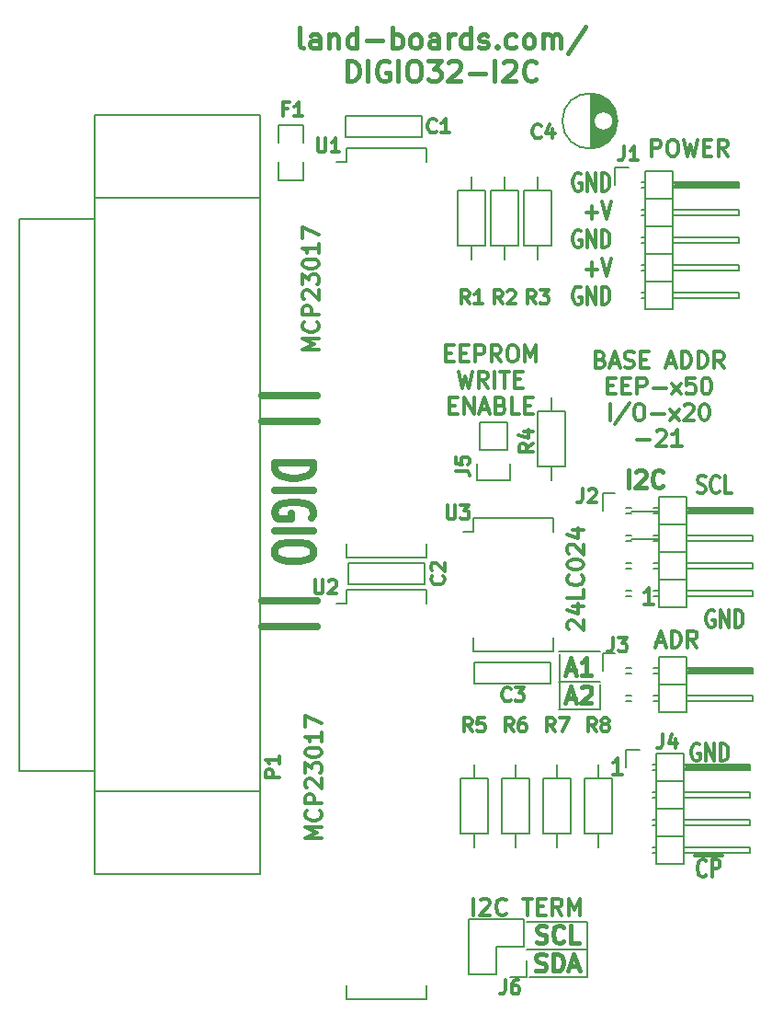
<source format=gbr>
G04 #@! TF.FileFunction,Legend,Top*
%FSLAX46Y46*%
G04 Gerber Fmt 4.6, Leading zero omitted, Abs format (unit mm)*
G04 Created by KiCad (PCBNEW 4.0.1-stable) date 2/4/2017 5:17:17 PM*
%MOMM*%
G01*
G04 APERTURE LIST*
%ADD10C,0.150000*%
%ADD11C,0.300000*%
%ADD12C,0.200000*%
%ADD13C,0.396875*%
%ADD14C,0.381000*%
%ADD15C,0.635000*%
%ADD16C,0.127000*%
%ADD17C,0.317500*%
G04 APERTURE END LIST*
D10*
D11*
X61226095Y-92537643D02*
X61165619Y-92616262D01*
X60984190Y-92694881D01*
X60863238Y-92694881D01*
X60681810Y-92616262D01*
X60560857Y-92459024D01*
X60500381Y-92301786D01*
X60439905Y-91987310D01*
X60439905Y-91751452D01*
X60500381Y-91436976D01*
X60560857Y-91279738D01*
X60681810Y-91122500D01*
X60863238Y-91043881D01*
X60984190Y-91043881D01*
X61165619Y-91122500D01*
X61226095Y-91201119D01*
X61770381Y-92694881D02*
X61770381Y-91043881D01*
X62254190Y-91043881D01*
X62375143Y-91122500D01*
X62435619Y-91201119D01*
X62496095Y-91358357D01*
X62496095Y-91594214D01*
X62435619Y-91751452D01*
X62375143Y-91830071D01*
X62254190Y-91908690D01*
X61770381Y-91908690D01*
X60198000Y-90759280D02*
X62738000Y-90759280D01*
X60439905Y-57310262D02*
X60621333Y-57388881D01*
X60923714Y-57388881D01*
X61044667Y-57310262D01*
X61105143Y-57231643D01*
X61165619Y-57074405D01*
X61165619Y-56917167D01*
X61105143Y-56759929D01*
X61044667Y-56681310D01*
X60923714Y-56602690D01*
X60681810Y-56524071D01*
X60560857Y-56445452D01*
X60500381Y-56366833D01*
X60439905Y-56209595D01*
X60439905Y-56052357D01*
X60500381Y-55895119D01*
X60560857Y-55816500D01*
X60681810Y-55737881D01*
X60984190Y-55737881D01*
X61165619Y-55816500D01*
X62435619Y-57231643D02*
X62375143Y-57310262D01*
X62193714Y-57388881D01*
X62072762Y-57388881D01*
X61891334Y-57310262D01*
X61770381Y-57153024D01*
X61709905Y-56995786D01*
X61649429Y-56681310D01*
X61649429Y-56445452D01*
X61709905Y-56130976D01*
X61770381Y-55973738D01*
X61891334Y-55816500D01*
X62072762Y-55737881D01*
X62193714Y-55737881D01*
X62375143Y-55816500D01*
X62435619Y-55895119D01*
X63584667Y-57388881D02*
X62979905Y-57388881D01*
X62979905Y-55737881D01*
D12*
X50292000Y-99314000D02*
X44704000Y-99314000D01*
X50292000Y-101854000D02*
X44958000Y-101854000D01*
X50292000Y-96774000D02*
X50292000Y-101854000D01*
X44704000Y-96774000D02*
X50292000Y-96774000D01*
X47752000Y-72136000D02*
X47752000Y-77216000D01*
D13*
X48396072Y-73630896D02*
X49152024Y-73630896D01*
X48244881Y-74084468D02*
X48774048Y-72496968D01*
X49303215Y-74084468D01*
X50663929Y-74084468D02*
X49756786Y-74084468D01*
X50210357Y-74084468D02*
X50210357Y-72496968D01*
X50059167Y-72723753D01*
X49907976Y-72874944D01*
X49756786Y-72950539D01*
X48396072Y-76250271D02*
X49152024Y-76250271D01*
X48244881Y-76703843D02*
X48774048Y-75116343D01*
X49303215Y-76703843D01*
X49756786Y-75267533D02*
X49832381Y-75191938D01*
X49983572Y-75116343D01*
X50361548Y-75116343D01*
X50512738Y-75191938D01*
X50588334Y-75267533D01*
X50663929Y-75418724D01*
X50663929Y-75569914D01*
X50588334Y-75796700D01*
X49681191Y-76703843D01*
X50663929Y-76703843D01*
D11*
X25570571Y-44179427D02*
X24070571Y-44179427D01*
X25142000Y-43679427D01*
X24070571Y-43179427D01*
X25570571Y-43179427D01*
X25427714Y-41607998D02*
X25499143Y-41679427D01*
X25570571Y-41893713D01*
X25570571Y-42036570D01*
X25499143Y-42250855D01*
X25356286Y-42393713D01*
X25213429Y-42465141D01*
X24927714Y-42536570D01*
X24713429Y-42536570D01*
X24427714Y-42465141D01*
X24284857Y-42393713D01*
X24142000Y-42250855D01*
X24070571Y-42036570D01*
X24070571Y-41893713D01*
X24142000Y-41679427D01*
X24213429Y-41607998D01*
X25570571Y-40965141D02*
X24070571Y-40965141D01*
X24070571Y-40393713D01*
X24142000Y-40250855D01*
X24213429Y-40179427D01*
X24356286Y-40107998D01*
X24570571Y-40107998D01*
X24713429Y-40179427D01*
X24784857Y-40250855D01*
X24856286Y-40393713D01*
X24856286Y-40965141D01*
X24213429Y-39536570D02*
X24142000Y-39465141D01*
X24070571Y-39322284D01*
X24070571Y-38965141D01*
X24142000Y-38822284D01*
X24213429Y-38750855D01*
X24356286Y-38679427D01*
X24499143Y-38679427D01*
X24713429Y-38750855D01*
X25570571Y-39607998D01*
X25570571Y-38679427D01*
X24070571Y-38179427D02*
X24070571Y-37250856D01*
X24642000Y-37750856D01*
X24642000Y-37536570D01*
X24713429Y-37393713D01*
X24784857Y-37322284D01*
X24927714Y-37250856D01*
X25284857Y-37250856D01*
X25427714Y-37322284D01*
X25499143Y-37393713D01*
X25570571Y-37536570D01*
X25570571Y-37965142D01*
X25499143Y-38107999D01*
X25427714Y-38179427D01*
X24070571Y-36322285D02*
X24070571Y-36179428D01*
X24142000Y-36036571D01*
X24213429Y-35965142D01*
X24356286Y-35893713D01*
X24642000Y-35822285D01*
X24999143Y-35822285D01*
X25284857Y-35893713D01*
X25427714Y-35965142D01*
X25499143Y-36036571D01*
X25570571Y-36179428D01*
X25570571Y-36322285D01*
X25499143Y-36465142D01*
X25427714Y-36536571D01*
X25284857Y-36607999D01*
X24999143Y-36679428D01*
X24642000Y-36679428D01*
X24356286Y-36607999D01*
X24213429Y-36536571D01*
X24142000Y-36465142D01*
X24070571Y-36322285D01*
X25570571Y-34393714D02*
X25570571Y-35250857D01*
X25570571Y-34822285D02*
X24070571Y-34822285D01*
X24284857Y-34965142D01*
X24427714Y-35108000D01*
X24499143Y-35250857D01*
X24070571Y-33893714D02*
X24070571Y-32893714D01*
X25570571Y-33536571D01*
D12*
X54350000Y-59046000D02*
X56890000Y-59046000D01*
X54350000Y-61586000D02*
X56890000Y-61586000D01*
X47698000Y-71952000D02*
X51508000Y-71952000D01*
X47698000Y-74746000D02*
X51508000Y-74746000D01*
X51508000Y-77286000D02*
X51508000Y-75000000D01*
X47698000Y-77286000D02*
X51508000Y-77286000D01*
D11*
X56225714Y-26332571D02*
X56225714Y-24832571D01*
X56797142Y-24832571D01*
X56940000Y-24904000D01*
X57011428Y-24975429D01*
X57082857Y-25118286D01*
X57082857Y-25332571D01*
X57011428Y-25475429D01*
X56940000Y-25546857D01*
X56797142Y-25618286D01*
X56225714Y-25618286D01*
X58011428Y-24832571D02*
X58297142Y-24832571D01*
X58440000Y-24904000D01*
X58582857Y-25046857D01*
X58654285Y-25332571D01*
X58654285Y-25832571D01*
X58582857Y-26118286D01*
X58440000Y-26261143D01*
X58297142Y-26332571D01*
X58011428Y-26332571D01*
X57868571Y-26261143D01*
X57725714Y-26118286D01*
X57654285Y-25832571D01*
X57654285Y-25332571D01*
X57725714Y-25046857D01*
X57868571Y-24904000D01*
X58011428Y-24832571D01*
X59154286Y-24832571D02*
X59511429Y-26332571D01*
X59797143Y-25261143D01*
X60082857Y-26332571D01*
X60440000Y-24832571D01*
X61011429Y-25546857D02*
X61511429Y-25546857D01*
X61725715Y-26332571D02*
X61011429Y-26332571D01*
X61011429Y-24832571D01*
X61725715Y-24832571D01*
X63225715Y-26332571D02*
X62725715Y-25618286D01*
X62368572Y-26332571D02*
X62368572Y-24832571D01*
X62940000Y-24832571D01*
X63082858Y-24904000D01*
X63154286Y-24975429D01*
X63225715Y-25118286D01*
X63225715Y-25332571D01*
X63154286Y-25475429D01*
X63082858Y-25546857D01*
X62940000Y-25618286D01*
X62368572Y-25618286D01*
X37259143Y-44482857D02*
X37759143Y-44482857D01*
X37973429Y-45268571D02*
X37259143Y-45268571D01*
X37259143Y-43768571D01*
X37973429Y-43768571D01*
X38616286Y-44482857D02*
X39116286Y-44482857D01*
X39330572Y-45268571D02*
X38616286Y-45268571D01*
X38616286Y-43768571D01*
X39330572Y-43768571D01*
X39973429Y-45268571D02*
X39973429Y-43768571D01*
X40544857Y-43768571D01*
X40687715Y-43840000D01*
X40759143Y-43911429D01*
X40830572Y-44054286D01*
X40830572Y-44268571D01*
X40759143Y-44411429D01*
X40687715Y-44482857D01*
X40544857Y-44554286D01*
X39973429Y-44554286D01*
X42330572Y-45268571D02*
X41830572Y-44554286D01*
X41473429Y-45268571D02*
X41473429Y-43768571D01*
X42044857Y-43768571D01*
X42187715Y-43840000D01*
X42259143Y-43911429D01*
X42330572Y-44054286D01*
X42330572Y-44268571D01*
X42259143Y-44411429D01*
X42187715Y-44482857D01*
X42044857Y-44554286D01*
X41473429Y-44554286D01*
X43259143Y-43768571D02*
X43544857Y-43768571D01*
X43687715Y-43840000D01*
X43830572Y-43982857D01*
X43902000Y-44268571D01*
X43902000Y-44768571D01*
X43830572Y-45054286D01*
X43687715Y-45197143D01*
X43544857Y-45268571D01*
X43259143Y-45268571D01*
X43116286Y-45197143D01*
X42973429Y-45054286D01*
X42902000Y-44768571D01*
X42902000Y-44268571D01*
X42973429Y-43982857D01*
X43116286Y-43840000D01*
X43259143Y-43768571D01*
X44544858Y-45268571D02*
X44544858Y-43768571D01*
X45044858Y-44840000D01*
X45544858Y-43768571D01*
X45544858Y-45268571D01*
X38402000Y-46168571D02*
X38759143Y-47668571D01*
X39044857Y-46597143D01*
X39330571Y-47668571D01*
X39687714Y-46168571D01*
X41116286Y-47668571D02*
X40616286Y-46954286D01*
X40259143Y-47668571D02*
X40259143Y-46168571D01*
X40830571Y-46168571D01*
X40973429Y-46240000D01*
X41044857Y-46311429D01*
X41116286Y-46454286D01*
X41116286Y-46668571D01*
X41044857Y-46811429D01*
X40973429Y-46882857D01*
X40830571Y-46954286D01*
X40259143Y-46954286D01*
X41759143Y-47668571D02*
X41759143Y-46168571D01*
X42259143Y-46168571D02*
X43116286Y-46168571D01*
X42687715Y-47668571D02*
X42687715Y-46168571D01*
X43616286Y-46882857D02*
X44116286Y-46882857D01*
X44330572Y-47668571D02*
X43616286Y-47668571D01*
X43616286Y-46168571D01*
X44330572Y-46168571D01*
X37616286Y-49282857D02*
X38116286Y-49282857D01*
X38330572Y-50068571D02*
X37616286Y-50068571D01*
X37616286Y-48568571D01*
X38330572Y-48568571D01*
X38973429Y-50068571D02*
X38973429Y-48568571D01*
X39830572Y-50068571D01*
X39830572Y-48568571D01*
X40473429Y-49640000D02*
X41187715Y-49640000D01*
X40330572Y-50068571D02*
X40830572Y-48568571D01*
X41330572Y-50068571D01*
X42330572Y-49282857D02*
X42544858Y-49354286D01*
X42616286Y-49425714D01*
X42687715Y-49568571D01*
X42687715Y-49782857D01*
X42616286Y-49925714D01*
X42544858Y-49997143D01*
X42402000Y-50068571D01*
X41830572Y-50068571D01*
X41830572Y-48568571D01*
X42330572Y-48568571D01*
X42473429Y-48640000D01*
X42544858Y-48711429D01*
X42616286Y-48854286D01*
X42616286Y-48997143D01*
X42544858Y-49140000D01*
X42473429Y-49211429D01*
X42330572Y-49282857D01*
X41830572Y-49282857D01*
X44044858Y-50068571D02*
X43330572Y-50068571D01*
X43330572Y-48568571D01*
X44544858Y-49282857D02*
X45044858Y-49282857D01*
X45259144Y-50068571D02*
X44544858Y-50068571D01*
X44544858Y-48568571D01*
X45259144Y-48568571D01*
X48597429Y-69920856D02*
X48526000Y-69849427D01*
X48454571Y-69706570D01*
X48454571Y-69349427D01*
X48526000Y-69206570D01*
X48597429Y-69135141D01*
X48740286Y-69063713D01*
X48883143Y-69063713D01*
X49097429Y-69135141D01*
X49954571Y-69992284D01*
X49954571Y-69063713D01*
X48954571Y-67777999D02*
X49954571Y-67777999D01*
X48383143Y-68135142D02*
X49454571Y-68492285D01*
X49454571Y-67563713D01*
X49954571Y-66277999D02*
X49954571Y-66992285D01*
X48454571Y-66992285D01*
X49811714Y-64920856D02*
X49883143Y-64992285D01*
X49954571Y-65206571D01*
X49954571Y-65349428D01*
X49883143Y-65563713D01*
X49740286Y-65706571D01*
X49597429Y-65777999D01*
X49311714Y-65849428D01*
X49097429Y-65849428D01*
X48811714Y-65777999D01*
X48668857Y-65706571D01*
X48526000Y-65563713D01*
X48454571Y-65349428D01*
X48454571Y-65206571D01*
X48526000Y-64992285D01*
X48597429Y-64920856D01*
X48454571Y-63992285D02*
X48454571Y-63849428D01*
X48526000Y-63706571D01*
X48597429Y-63635142D01*
X48740286Y-63563713D01*
X49026000Y-63492285D01*
X49383143Y-63492285D01*
X49668857Y-63563713D01*
X49811714Y-63635142D01*
X49883143Y-63706571D01*
X49954571Y-63849428D01*
X49954571Y-63992285D01*
X49883143Y-64135142D01*
X49811714Y-64206571D01*
X49668857Y-64277999D01*
X49383143Y-64349428D01*
X49026000Y-64349428D01*
X48740286Y-64277999D01*
X48597429Y-64206571D01*
X48526000Y-64135142D01*
X48454571Y-63992285D01*
X48597429Y-62920857D02*
X48526000Y-62849428D01*
X48454571Y-62706571D01*
X48454571Y-62349428D01*
X48526000Y-62206571D01*
X48597429Y-62135142D01*
X48740286Y-62063714D01*
X48883143Y-62063714D01*
X49097429Y-62135142D01*
X49954571Y-62992285D01*
X49954571Y-62063714D01*
X48954571Y-60778000D02*
X49954571Y-60778000D01*
X48383143Y-61135143D02*
X49454571Y-61492286D01*
X49454571Y-60563714D01*
X25824571Y-89137427D02*
X24324571Y-89137427D01*
X25396000Y-88637427D01*
X24324571Y-88137427D01*
X25824571Y-88137427D01*
X25681714Y-86565998D02*
X25753143Y-86637427D01*
X25824571Y-86851713D01*
X25824571Y-86994570D01*
X25753143Y-87208855D01*
X25610286Y-87351713D01*
X25467429Y-87423141D01*
X25181714Y-87494570D01*
X24967429Y-87494570D01*
X24681714Y-87423141D01*
X24538857Y-87351713D01*
X24396000Y-87208855D01*
X24324571Y-86994570D01*
X24324571Y-86851713D01*
X24396000Y-86637427D01*
X24467429Y-86565998D01*
X25824571Y-85923141D02*
X24324571Y-85923141D01*
X24324571Y-85351713D01*
X24396000Y-85208855D01*
X24467429Y-85137427D01*
X24610286Y-85065998D01*
X24824571Y-85065998D01*
X24967429Y-85137427D01*
X25038857Y-85208855D01*
X25110286Y-85351713D01*
X25110286Y-85923141D01*
X24467429Y-84494570D02*
X24396000Y-84423141D01*
X24324571Y-84280284D01*
X24324571Y-83923141D01*
X24396000Y-83780284D01*
X24467429Y-83708855D01*
X24610286Y-83637427D01*
X24753143Y-83637427D01*
X24967429Y-83708855D01*
X25824571Y-84565998D01*
X25824571Y-83637427D01*
X24324571Y-83137427D02*
X24324571Y-82208856D01*
X24896000Y-82708856D01*
X24896000Y-82494570D01*
X24967429Y-82351713D01*
X25038857Y-82280284D01*
X25181714Y-82208856D01*
X25538857Y-82208856D01*
X25681714Y-82280284D01*
X25753143Y-82351713D01*
X25824571Y-82494570D01*
X25824571Y-82923142D01*
X25753143Y-83065999D01*
X25681714Y-83137427D01*
X24324571Y-81280285D02*
X24324571Y-81137428D01*
X24396000Y-80994571D01*
X24467429Y-80923142D01*
X24610286Y-80851713D01*
X24896000Y-80780285D01*
X25253143Y-80780285D01*
X25538857Y-80851713D01*
X25681714Y-80923142D01*
X25753143Y-80994571D01*
X25824571Y-81137428D01*
X25824571Y-81280285D01*
X25753143Y-81423142D01*
X25681714Y-81494571D01*
X25538857Y-81565999D01*
X25253143Y-81637428D01*
X24896000Y-81637428D01*
X24610286Y-81565999D01*
X24467429Y-81494571D01*
X24396000Y-81423142D01*
X24324571Y-81280285D01*
X25824571Y-79351714D02*
X25824571Y-80208857D01*
X25824571Y-79780285D02*
X24324571Y-79780285D01*
X24538857Y-79923142D01*
X24681714Y-80066000D01*
X24753143Y-80208857D01*
X24324571Y-78851714D02*
X24324571Y-77851714D01*
X25824571Y-78494571D01*
D13*
X45608119Y-98646873D02*
X45834905Y-98722468D01*
X46212881Y-98722468D01*
X46364071Y-98646873D01*
X46439667Y-98571277D01*
X46515262Y-98420087D01*
X46515262Y-98268896D01*
X46439667Y-98117706D01*
X46364071Y-98042111D01*
X46212881Y-97966515D01*
X45910500Y-97890920D01*
X45759309Y-97815325D01*
X45683714Y-97739730D01*
X45608119Y-97588539D01*
X45608119Y-97437349D01*
X45683714Y-97286158D01*
X45759309Y-97210563D01*
X45910500Y-97134968D01*
X46288476Y-97134968D01*
X46515262Y-97210563D01*
X48102762Y-98571277D02*
X48027167Y-98646873D01*
X47800381Y-98722468D01*
X47649191Y-98722468D01*
X47422405Y-98646873D01*
X47271214Y-98495682D01*
X47195619Y-98344492D01*
X47120024Y-98042111D01*
X47120024Y-97815325D01*
X47195619Y-97512944D01*
X47271214Y-97361753D01*
X47422405Y-97210563D01*
X47649191Y-97134968D01*
X47800381Y-97134968D01*
X48027167Y-97210563D01*
X48102762Y-97286158D01*
X49539072Y-98722468D02*
X48783119Y-98722468D01*
X48783119Y-97134968D01*
X45570322Y-101266248D02*
X45797108Y-101341843D01*
X46175084Y-101341843D01*
X46326274Y-101266248D01*
X46401870Y-101190652D01*
X46477465Y-101039462D01*
X46477465Y-100888271D01*
X46401870Y-100737081D01*
X46326274Y-100661486D01*
X46175084Y-100585890D01*
X45872703Y-100510295D01*
X45721512Y-100434700D01*
X45645917Y-100359105D01*
X45570322Y-100207914D01*
X45570322Y-100056724D01*
X45645917Y-99905533D01*
X45721512Y-99829938D01*
X45872703Y-99754343D01*
X46250679Y-99754343D01*
X46477465Y-99829938D01*
X47157822Y-101341843D02*
X47157822Y-99754343D01*
X47535798Y-99754343D01*
X47762584Y-99829938D01*
X47913775Y-99981128D01*
X47989370Y-100132319D01*
X48064965Y-100434700D01*
X48064965Y-100661486D01*
X47989370Y-100963867D01*
X47913775Y-101115057D01*
X47762584Y-101266248D01*
X47535798Y-101341843D01*
X47157822Y-101341843D01*
X48669727Y-100888271D02*
X49425679Y-100888271D01*
X48518536Y-101341843D02*
X49047703Y-99754343D01*
X49576870Y-101341843D01*
D11*
X39811143Y-96182571D02*
X39811143Y-94682571D01*
X40454000Y-94825429D02*
X40525429Y-94754000D01*
X40668286Y-94682571D01*
X41025429Y-94682571D01*
X41168286Y-94754000D01*
X41239715Y-94825429D01*
X41311143Y-94968286D01*
X41311143Y-95111143D01*
X41239715Y-95325429D01*
X40382572Y-96182571D01*
X41311143Y-96182571D01*
X42811143Y-96039714D02*
X42739714Y-96111143D01*
X42525428Y-96182571D01*
X42382571Y-96182571D01*
X42168286Y-96111143D01*
X42025428Y-95968286D01*
X41954000Y-95825429D01*
X41882571Y-95539714D01*
X41882571Y-95325429D01*
X41954000Y-95039714D01*
X42025428Y-94896857D01*
X42168286Y-94754000D01*
X42382571Y-94682571D01*
X42525428Y-94682571D01*
X42739714Y-94754000D01*
X42811143Y-94825429D01*
X44382571Y-94682571D02*
X45239714Y-94682571D01*
X44811143Y-96182571D02*
X44811143Y-94682571D01*
X45739714Y-95396857D02*
X46239714Y-95396857D01*
X46454000Y-96182571D02*
X45739714Y-96182571D01*
X45739714Y-94682571D01*
X46454000Y-94682571D01*
X47954000Y-96182571D02*
X47454000Y-95468286D01*
X47096857Y-96182571D02*
X47096857Y-94682571D01*
X47668285Y-94682571D01*
X47811143Y-94754000D01*
X47882571Y-94825429D01*
X47954000Y-94968286D01*
X47954000Y-95182571D01*
X47882571Y-95325429D01*
X47811143Y-95396857D01*
X47668285Y-95468286D01*
X47096857Y-95468286D01*
X48596857Y-96182571D02*
X48596857Y-94682571D01*
X49096857Y-95754000D01*
X49596857Y-94682571D01*
X49596857Y-96182571D01*
X56673714Y-71116000D02*
X57388000Y-71116000D01*
X56530857Y-71544571D02*
X57030857Y-70044571D01*
X57530857Y-71544571D01*
X58030857Y-71544571D02*
X58030857Y-70044571D01*
X58388000Y-70044571D01*
X58602285Y-70116000D01*
X58745143Y-70258857D01*
X58816571Y-70401714D01*
X58888000Y-70687429D01*
X58888000Y-70901714D01*
X58816571Y-71187429D01*
X58745143Y-71330286D01*
X58602285Y-71473143D01*
X58388000Y-71544571D01*
X58030857Y-71544571D01*
X60388000Y-71544571D02*
X59888000Y-70830286D01*
X59530857Y-71544571D02*
X59530857Y-70044571D01*
X60102285Y-70044571D01*
X60245143Y-70116000D01*
X60316571Y-70187429D01*
X60388000Y-70330286D01*
X60388000Y-70544571D01*
X60316571Y-70687429D01*
X60245143Y-70758857D01*
X60102285Y-70830286D01*
X59530857Y-70830286D01*
X53514572Y-83228571D02*
X52657429Y-83228571D01*
X53086001Y-83228571D02*
X53086001Y-81728571D01*
X52943144Y-81942857D01*
X52800286Y-82085714D01*
X52657429Y-82157143D01*
X56386572Y-67574571D02*
X55529429Y-67574571D01*
X55958001Y-67574571D02*
X55958001Y-66074571D01*
X55815144Y-66288857D01*
X55672286Y-66431714D01*
X55529429Y-66503143D01*
X49675143Y-27987700D02*
X49554191Y-27909081D01*
X49372762Y-27909081D01*
X49191334Y-27987700D01*
X49070381Y-28144938D01*
X49009905Y-28302176D01*
X48949429Y-28616652D01*
X48949429Y-28852510D01*
X49009905Y-29166986D01*
X49070381Y-29324224D01*
X49191334Y-29481462D01*
X49372762Y-29560081D01*
X49493714Y-29560081D01*
X49675143Y-29481462D01*
X49735619Y-29402843D01*
X49735619Y-28852510D01*
X49493714Y-28852510D01*
X50279905Y-29560081D02*
X50279905Y-27909081D01*
X51005619Y-29560081D01*
X51005619Y-27909081D01*
X51610381Y-29560081D02*
X51610381Y-27909081D01*
X51912762Y-27909081D01*
X52094190Y-27987700D01*
X52215143Y-28144938D01*
X52275619Y-28302176D01*
X52336095Y-28616652D01*
X52336095Y-28852510D01*
X52275619Y-29166986D01*
X52215143Y-29324224D01*
X52094190Y-29481462D01*
X51912762Y-29560081D01*
X51610381Y-29560081D01*
X50219429Y-31542529D02*
X51187048Y-31542529D01*
X50703238Y-32171481D02*
X50703238Y-30913576D01*
X51610381Y-30520481D02*
X52033715Y-32171481D01*
X52457048Y-30520481D01*
X49675143Y-33210500D02*
X49554191Y-33131881D01*
X49372762Y-33131881D01*
X49191334Y-33210500D01*
X49070381Y-33367738D01*
X49009905Y-33524976D01*
X48949429Y-33839452D01*
X48949429Y-34075310D01*
X49009905Y-34389786D01*
X49070381Y-34547024D01*
X49191334Y-34704262D01*
X49372762Y-34782881D01*
X49493714Y-34782881D01*
X49675143Y-34704262D01*
X49735619Y-34625643D01*
X49735619Y-34075310D01*
X49493714Y-34075310D01*
X50279905Y-34782881D02*
X50279905Y-33131881D01*
X51005619Y-34782881D01*
X51005619Y-33131881D01*
X51610381Y-34782881D02*
X51610381Y-33131881D01*
X51912762Y-33131881D01*
X52094190Y-33210500D01*
X52215143Y-33367738D01*
X52275619Y-33524976D01*
X52336095Y-33839452D01*
X52336095Y-34075310D01*
X52275619Y-34389786D01*
X52215143Y-34547024D01*
X52094190Y-34704262D01*
X51912762Y-34782881D01*
X51610381Y-34782881D01*
X50219429Y-36765329D02*
X51187048Y-36765329D01*
X50703238Y-37394281D02*
X50703238Y-36136376D01*
X51610381Y-35743281D02*
X52033715Y-37394281D01*
X52457048Y-35743281D01*
X49675143Y-38433300D02*
X49554191Y-38354681D01*
X49372762Y-38354681D01*
X49191334Y-38433300D01*
X49070381Y-38590538D01*
X49009905Y-38747776D01*
X48949429Y-39062252D01*
X48949429Y-39298110D01*
X49009905Y-39612586D01*
X49070381Y-39769824D01*
X49191334Y-39927062D01*
X49372762Y-40005681D01*
X49493714Y-40005681D01*
X49675143Y-39927062D01*
X49735619Y-39848443D01*
X49735619Y-39298110D01*
X49493714Y-39298110D01*
X50279905Y-40005681D02*
X50279905Y-38354681D01*
X51005619Y-40005681D01*
X51005619Y-38354681D01*
X51610381Y-40005681D02*
X51610381Y-38354681D01*
X51912762Y-38354681D01*
X52094190Y-38433300D01*
X52215143Y-38590538D01*
X52275619Y-38747776D01*
X52336095Y-39062252D01*
X52336095Y-39298110D01*
X52275619Y-39612586D01*
X52215143Y-39769824D01*
X52094190Y-39927062D01*
X51912762Y-40005681D01*
X51610381Y-40005681D01*
X60597143Y-80454500D02*
X60476191Y-80375881D01*
X60294762Y-80375881D01*
X60113334Y-80454500D01*
X59992381Y-80611738D01*
X59931905Y-80768976D01*
X59871429Y-81083452D01*
X59871429Y-81319310D01*
X59931905Y-81633786D01*
X59992381Y-81791024D01*
X60113334Y-81948262D01*
X60294762Y-82026881D01*
X60415714Y-82026881D01*
X60597143Y-81948262D01*
X60657619Y-81869643D01*
X60657619Y-81319310D01*
X60415714Y-81319310D01*
X61201905Y-82026881D02*
X61201905Y-80375881D01*
X61927619Y-82026881D01*
X61927619Y-80375881D01*
X62532381Y-82026881D02*
X62532381Y-80375881D01*
X62834762Y-80375881D01*
X63016190Y-80454500D01*
X63137143Y-80611738D01*
X63197619Y-80768976D01*
X63258095Y-81083452D01*
X63258095Y-81319310D01*
X63197619Y-81633786D01*
X63137143Y-81791024D01*
X63016190Y-81948262D01*
X62834762Y-82026881D01*
X62532381Y-82026881D01*
X51503144Y-45060857D02*
X51717430Y-45132286D01*
X51788858Y-45203714D01*
X51860287Y-45346571D01*
X51860287Y-45560857D01*
X51788858Y-45703714D01*
X51717430Y-45775143D01*
X51574572Y-45846571D01*
X51003144Y-45846571D01*
X51003144Y-44346571D01*
X51503144Y-44346571D01*
X51646001Y-44418000D01*
X51717430Y-44489429D01*
X51788858Y-44632286D01*
X51788858Y-44775143D01*
X51717430Y-44918000D01*
X51646001Y-44989429D01*
X51503144Y-45060857D01*
X51003144Y-45060857D01*
X52431715Y-45418000D02*
X53146001Y-45418000D01*
X52288858Y-45846571D02*
X52788858Y-44346571D01*
X53288858Y-45846571D01*
X53717429Y-45775143D02*
X53931715Y-45846571D01*
X54288858Y-45846571D01*
X54431715Y-45775143D01*
X54503144Y-45703714D01*
X54574572Y-45560857D01*
X54574572Y-45418000D01*
X54503144Y-45275143D01*
X54431715Y-45203714D01*
X54288858Y-45132286D01*
X54003144Y-45060857D01*
X53860286Y-44989429D01*
X53788858Y-44918000D01*
X53717429Y-44775143D01*
X53717429Y-44632286D01*
X53788858Y-44489429D01*
X53860286Y-44418000D01*
X54003144Y-44346571D01*
X54360286Y-44346571D01*
X54574572Y-44418000D01*
X55217429Y-45060857D02*
X55717429Y-45060857D01*
X55931715Y-45846571D02*
X55217429Y-45846571D01*
X55217429Y-44346571D01*
X55931715Y-44346571D01*
X57646000Y-45418000D02*
X58360286Y-45418000D01*
X57503143Y-45846571D02*
X58003143Y-44346571D01*
X58503143Y-45846571D01*
X59003143Y-45846571D02*
X59003143Y-44346571D01*
X59360286Y-44346571D01*
X59574571Y-44418000D01*
X59717429Y-44560857D01*
X59788857Y-44703714D01*
X59860286Y-44989429D01*
X59860286Y-45203714D01*
X59788857Y-45489429D01*
X59717429Y-45632286D01*
X59574571Y-45775143D01*
X59360286Y-45846571D01*
X59003143Y-45846571D01*
X60503143Y-45846571D02*
X60503143Y-44346571D01*
X60860286Y-44346571D01*
X61074571Y-44418000D01*
X61217429Y-44560857D01*
X61288857Y-44703714D01*
X61360286Y-44989429D01*
X61360286Y-45203714D01*
X61288857Y-45489429D01*
X61217429Y-45632286D01*
X61074571Y-45775143D01*
X60860286Y-45846571D01*
X60503143Y-45846571D01*
X62860286Y-45846571D02*
X62360286Y-45132286D01*
X62003143Y-45846571D02*
X62003143Y-44346571D01*
X62574571Y-44346571D01*
X62717429Y-44418000D01*
X62788857Y-44489429D01*
X62860286Y-44632286D01*
X62860286Y-44846571D01*
X62788857Y-44989429D01*
X62717429Y-45060857D01*
X62574571Y-45132286D01*
X62003143Y-45132286D01*
X52181715Y-47460857D02*
X52681715Y-47460857D01*
X52896001Y-48246571D02*
X52181715Y-48246571D01*
X52181715Y-46746571D01*
X52896001Y-46746571D01*
X53538858Y-47460857D02*
X54038858Y-47460857D01*
X54253144Y-48246571D02*
X53538858Y-48246571D01*
X53538858Y-46746571D01*
X54253144Y-46746571D01*
X54896001Y-48246571D02*
X54896001Y-46746571D01*
X55467429Y-46746571D01*
X55610287Y-46818000D01*
X55681715Y-46889429D01*
X55753144Y-47032286D01*
X55753144Y-47246571D01*
X55681715Y-47389429D01*
X55610287Y-47460857D01*
X55467429Y-47532286D01*
X54896001Y-47532286D01*
X56396001Y-47675143D02*
X57538858Y-47675143D01*
X58110287Y-48246571D02*
X58896001Y-47246571D01*
X58110287Y-47246571D02*
X58896001Y-48246571D01*
X60181716Y-46746571D02*
X59467430Y-46746571D01*
X59396001Y-47460857D01*
X59467430Y-47389429D01*
X59610287Y-47318000D01*
X59967430Y-47318000D01*
X60110287Y-47389429D01*
X60181716Y-47460857D01*
X60253144Y-47603714D01*
X60253144Y-47960857D01*
X60181716Y-48103714D01*
X60110287Y-48175143D01*
X59967430Y-48246571D01*
X59610287Y-48246571D01*
X59467430Y-48175143D01*
X59396001Y-48103714D01*
X61181715Y-46746571D02*
X61324572Y-46746571D01*
X61467429Y-46818000D01*
X61538858Y-46889429D01*
X61610287Y-47032286D01*
X61681715Y-47318000D01*
X61681715Y-47675143D01*
X61610287Y-47960857D01*
X61538858Y-48103714D01*
X61467429Y-48175143D01*
X61324572Y-48246571D01*
X61181715Y-48246571D01*
X61038858Y-48175143D01*
X60967429Y-48103714D01*
X60896001Y-47960857D01*
X60824572Y-47675143D01*
X60824572Y-47318000D01*
X60896001Y-47032286D01*
X60967429Y-46889429D01*
X61038858Y-46818000D01*
X61181715Y-46746571D01*
X52360286Y-50646571D02*
X52360286Y-49146571D01*
X54146000Y-49075143D02*
X52860286Y-51003714D01*
X54931715Y-49146571D02*
X55217429Y-49146571D01*
X55360287Y-49218000D01*
X55503144Y-49360857D01*
X55574572Y-49646571D01*
X55574572Y-50146571D01*
X55503144Y-50432286D01*
X55360287Y-50575143D01*
X55217429Y-50646571D01*
X54931715Y-50646571D01*
X54788858Y-50575143D01*
X54646001Y-50432286D01*
X54574572Y-50146571D01*
X54574572Y-49646571D01*
X54646001Y-49360857D01*
X54788858Y-49218000D01*
X54931715Y-49146571D01*
X56217430Y-50075143D02*
X57360287Y-50075143D01*
X57931716Y-50646571D02*
X58717430Y-49646571D01*
X57931716Y-49646571D02*
X58717430Y-50646571D01*
X59217430Y-49289429D02*
X59288859Y-49218000D01*
X59431716Y-49146571D01*
X59788859Y-49146571D01*
X59931716Y-49218000D01*
X60003145Y-49289429D01*
X60074573Y-49432286D01*
X60074573Y-49575143D01*
X60003145Y-49789429D01*
X59146002Y-50646571D01*
X60074573Y-50646571D01*
X61003144Y-49146571D02*
X61146001Y-49146571D01*
X61288858Y-49218000D01*
X61360287Y-49289429D01*
X61431716Y-49432286D01*
X61503144Y-49718000D01*
X61503144Y-50075143D01*
X61431716Y-50360857D01*
X61360287Y-50503714D01*
X61288858Y-50575143D01*
X61146001Y-50646571D01*
X61003144Y-50646571D01*
X60860287Y-50575143D01*
X60788858Y-50503714D01*
X60717430Y-50360857D01*
X60646001Y-50075143D01*
X60646001Y-49718000D01*
X60717430Y-49432286D01*
X60788858Y-49289429D01*
X60860287Y-49218000D01*
X61003144Y-49146571D01*
X54896001Y-52475143D02*
X56038858Y-52475143D01*
X56681715Y-51689429D02*
X56753144Y-51618000D01*
X56896001Y-51546571D01*
X57253144Y-51546571D01*
X57396001Y-51618000D01*
X57467430Y-51689429D01*
X57538858Y-51832286D01*
X57538858Y-51975143D01*
X57467430Y-52189429D01*
X56610287Y-53046571D01*
X57538858Y-53046571D01*
X58967429Y-53046571D02*
X58110286Y-53046571D01*
X58538858Y-53046571D02*
X58538858Y-51546571D01*
X58396001Y-51760857D01*
X58253143Y-51903714D01*
X58110286Y-51975143D01*
D14*
X24084645Y-16419286D02*
X23903217Y-16328571D01*
X23812502Y-16147143D01*
X23812502Y-14514286D01*
X25626788Y-16419286D02*
X25626788Y-15421429D01*
X25536074Y-15240000D01*
X25354645Y-15149286D01*
X24991788Y-15149286D01*
X24810359Y-15240000D01*
X25626788Y-16328571D02*
X25445359Y-16419286D01*
X24991788Y-16419286D01*
X24810359Y-16328571D01*
X24719645Y-16147143D01*
X24719645Y-15965714D01*
X24810359Y-15784286D01*
X24991788Y-15693571D01*
X25445359Y-15693571D01*
X25626788Y-15602857D01*
X26533930Y-15149286D02*
X26533930Y-16419286D01*
X26533930Y-15330714D02*
X26624645Y-15240000D01*
X26806073Y-15149286D01*
X27078216Y-15149286D01*
X27259645Y-15240000D01*
X27350359Y-15421429D01*
X27350359Y-16419286D01*
X29073930Y-16419286D02*
X29073930Y-14514286D01*
X29073930Y-16328571D02*
X28892501Y-16419286D01*
X28529644Y-16419286D01*
X28348216Y-16328571D01*
X28257501Y-16237857D01*
X28166787Y-16056429D01*
X28166787Y-15512143D01*
X28257501Y-15330714D01*
X28348216Y-15240000D01*
X28529644Y-15149286D01*
X28892501Y-15149286D01*
X29073930Y-15240000D01*
X29981072Y-15693571D02*
X31432501Y-15693571D01*
X32339643Y-16419286D02*
X32339643Y-14514286D01*
X32339643Y-15240000D02*
X32521072Y-15149286D01*
X32883929Y-15149286D01*
X33065358Y-15240000D01*
X33156072Y-15330714D01*
X33246786Y-15512143D01*
X33246786Y-16056429D01*
X33156072Y-16237857D01*
X33065358Y-16328571D01*
X32883929Y-16419286D01*
X32521072Y-16419286D01*
X32339643Y-16328571D01*
X34335357Y-16419286D02*
X34153929Y-16328571D01*
X34063214Y-16237857D01*
X33972500Y-16056429D01*
X33972500Y-15512143D01*
X34063214Y-15330714D01*
X34153929Y-15240000D01*
X34335357Y-15149286D01*
X34607500Y-15149286D01*
X34788929Y-15240000D01*
X34879643Y-15330714D01*
X34970357Y-15512143D01*
X34970357Y-16056429D01*
X34879643Y-16237857D01*
X34788929Y-16328571D01*
X34607500Y-16419286D01*
X34335357Y-16419286D01*
X36603214Y-16419286D02*
X36603214Y-15421429D01*
X36512500Y-15240000D01*
X36331071Y-15149286D01*
X35968214Y-15149286D01*
X35786785Y-15240000D01*
X36603214Y-16328571D02*
X36421785Y-16419286D01*
X35968214Y-16419286D01*
X35786785Y-16328571D01*
X35696071Y-16147143D01*
X35696071Y-15965714D01*
X35786785Y-15784286D01*
X35968214Y-15693571D01*
X36421785Y-15693571D01*
X36603214Y-15602857D01*
X37510356Y-16419286D02*
X37510356Y-15149286D01*
X37510356Y-15512143D02*
X37601071Y-15330714D01*
X37691785Y-15240000D01*
X37873214Y-15149286D01*
X38054642Y-15149286D01*
X39506071Y-16419286D02*
X39506071Y-14514286D01*
X39506071Y-16328571D02*
X39324642Y-16419286D01*
X38961785Y-16419286D01*
X38780357Y-16328571D01*
X38689642Y-16237857D01*
X38598928Y-16056429D01*
X38598928Y-15512143D01*
X38689642Y-15330714D01*
X38780357Y-15240000D01*
X38961785Y-15149286D01*
X39324642Y-15149286D01*
X39506071Y-15240000D01*
X40322499Y-16328571D02*
X40503928Y-16419286D01*
X40866785Y-16419286D01*
X41048213Y-16328571D01*
X41138928Y-16147143D01*
X41138928Y-16056429D01*
X41048213Y-15875000D01*
X40866785Y-15784286D01*
X40594642Y-15784286D01*
X40413213Y-15693571D01*
X40322499Y-15512143D01*
X40322499Y-15421429D01*
X40413213Y-15240000D01*
X40594642Y-15149286D01*
X40866785Y-15149286D01*
X41048213Y-15240000D01*
X41955356Y-16237857D02*
X42046071Y-16328571D01*
X41955356Y-16419286D01*
X41864642Y-16328571D01*
X41955356Y-16237857D01*
X41955356Y-16419286D01*
X43678928Y-16328571D02*
X43497499Y-16419286D01*
X43134642Y-16419286D01*
X42953214Y-16328571D01*
X42862499Y-16237857D01*
X42771785Y-16056429D01*
X42771785Y-15512143D01*
X42862499Y-15330714D01*
X42953214Y-15240000D01*
X43134642Y-15149286D01*
X43497499Y-15149286D01*
X43678928Y-15240000D01*
X44767499Y-16419286D02*
X44586071Y-16328571D01*
X44495356Y-16237857D01*
X44404642Y-16056429D01*
X44404642Y-15512143D01*
X44495356Y-15330714D01*
X44586071Y-15240000D01*
X44767499Y-15149286D01*
X45039642Y-15149286D01*
X45221071Y-15240000D01*
X45311785Y-15330714D01*
X45402499Y-15512143D01*
X45402499Y-16056429D01*
X45311785Y-16237857D01*
X45221071Y-16328571D01*
X45039642Y-16419286D01*
X44767499Y-16419286D01*
X46218927Y-16419286D02*
X46218927Y-15149286D01*
X46218927Y-15330714D02*
X46309642Y-15240000D01*
X46491070Y-15149286D01*
X46763213Y-15149286D01*
X46944642Y-15240000D01*
X47035356Y-15421429D01*
X47035356Y-16419286D01*
X47035356Y-15421429D02*
X47126070Y-15240000D01*
X47307499Y-15149286D01*
X47579642Y-15149286D01*
X47761070Y-15240000D01*
X47851785Y-15421429D01*
X47851785Y-16419286D01*
X50119642Y-14423571D02*
X48486785Y-16872857D01*
X28166785Y-19467286D02*
X28166785Y-17562286D01*
X28620357Y-17562286D01*
X28892500Y-17653000D01*
X29073928Y-17834429D01*
X29164643Y-18015857D01*
X29255357Y-18378714D01*
X29255357Y-18650857D01*
X29164643Y-19013714D01*
X29073928Y-19195143D01*
X28892500Y-19376571D01*
X28620357Y-19467286D01*
X28166785Y-19467286D01*
X30071785Y-19467286D02*
X30071785Y-17562286D01*
X31976786Y-17653000D02*
X31795357Y-17562286D01*
X31523214Y-17562286D01*
X31251071Y-17653000D01*
X31069643Y-17834429D01*
X30978928Y-18015857D01*
X30888214Y-18378714D01*
X30888214Y-18650857D01*
X30978928Y-19013714D01*
X31069643Y-19195143D01*
X31251071Y-19376571D01*
X31523214Y-19467286D01*
X31704643Y-19467286D01*
X31976786Y-19376571D01*
X32067500Y-19285857D01*
X32067500Y-18650857D01*
X31704643Y-18650857D01*
X32883928Y-19467286D02*
X32883928Y-17562286D01*
X34153929Y-17562286D02*
X34516786Y-17562286D01*
X34698214Y-17653000D01*
X34879643Y-17834429D01*
X34970357Y-18197286D01*
X34970357Y-18832286D01*
X34879643Y-19195143D01*
X34698214Y-19376571D01*
X34516786Y-19467286D01*
X34153929Y-19467286D01*
X33972500Y-19376571D01*
X33791071Y-19195143D01*
X33700357Y-18832286D01*
X33700357Y-18197286D01*
X33791071Y-17834429D01*
X33972500Y-17653000D01*
X34153929Y-17562286D01*
X35605357Y-17562286D02*
X36784643Y-17562286D01*
X36149643Y-18288000D01*
X36421785Y-18288000D01*
X36603214Y-18378714D01*
X36693928Y-18469429D01*
X36784643Y-18650857D01*
X36784643Y-19104429D01*
X36693928Y-19285857D01*
X36603214Y-19376571D01*
X36421785Y-19467286D01*
X35877500Y-19467286D01*
X35696071Y-19376571D01*
X35605357Y-19285857D01*
X37510357Y-17743714D02*
X37601071Y-17653000D01*
X37782500Y-17562286D01*
X38236071Y-17562286D01*
X38417500Y-17653000D01*
X38508214Y-17743714D01*
X38598929Y-17925143D01*
X38598929Y-18106571D01*
X38508214Y-18378714D01*
X37419643Y-19467286D01*
X38598929Y-19467286D01*
X39415357Y-18741571D02*
X40866786Y-18741571D01*
X41773928Y-19467286D02*
X41773928Y-17562286D01*
X42590357Y-17743714D02*
X42681071Y-17653000D01*
X42862500Y-17562286D01*
X43316071Y-17562286D01*
X43497500Y-17653000D01*
X43588214Y-17743714D01*
X43678929Y-17925143D01*
X43678929Y-18106571D01*
X43588214Y-18378714D01*
X42499643Y-19467286D01*
X43678929Y-19467286D01*
X45583929Y-19285857D02*
X45493215Y-19376571D01*
X45221072Y-19467286D01*
X45039643Y-19467286D01*
X44767500Y-19376571D01*
X44586072Y-19195143D01*
X44495357Y-19013714D01*
X44404643Y-18650857D01*
X44404643Y-18378714D01*
X44495357Y-18015857D01*
X44586072Y-17834429D01*
X44767500Y-17653000D01*
X45039643Y-17562286D01*
X45221072Y-17562286D01*
X45493215Y-17653000D01*
X45583929Y-17743714D01*
D13*
X54076298Y-56852155D02*
X54076298Y-55264655D01*
X54756655Y-55415845D02*
X54832250Y-55340250D01*
X54983441Y-55264655D01*
X55361417Y-55264655D01*
X55512607Y-55340250D01*
X55588203Y-55415845D01*
X55663798Y-55567036D01*
X55663798Y-55718226D01*
X55588203Y-55945012D01*
X54681060Y-56852155D01*
X55663798Y-56852155D01*
X57251298Y-56700964D02*
X57175703Y-56776560D01*
X56948917Y-56852155D01*
X56797727Y-56852155D01*
X56570941Y-56776560D01*
X56419750Y-56625369D01*
X56344155Y-56474179D01*
X56268560Y-56171798D01*
X56268560Y-55945012D01*
X56344155Y-55642631D01*
X56419750Y-55491440D01*
X56570941Y-55340250D01*
X56797727Y-55264655D01*
X56948917Y-55264655D01*
X57175703Y-55340250D01*
X57251298Y-55415845D01*
D11*
X61967619Y-68174500D02*
X61846667Y-68095881D01*
X61665238Y-68095881D01*
X61483810Y-68174500D01*
X61362857Y-68331738D01*
X61302381Y-68488976D01*
X61241905Y-68803452D01*
X61241905Y-69039310D01*
X61302381Y-69353786D01*
X61362857Y-69511024D01*
X61483810Y-69668262D01*
X61665238Y-69746881D01*
X61786190Y-69746881D01*
X61967619Y-69668262D01*
X62028095Y-69589643D01*
X62028095Y-69039310D01*
X61786190Y-69039310D01*
X62572381Y-69746881D02*
X62572381Y-68095881D01*
X63298095Y-69746881D01*
X63298095Y-68095881D01*
X63902857Y-69746881D02*
X63902857Y-68095881D01*
X64205238Y-68095881D01*
X64386666Y-68174500D01*
X64507619Y-68331738D01*
X64568095Y-68488976D01*
X64628571Y-68803452D01*
X64628571Y-69039310D01*
X64568095Y-69353786D01*
X64507619Y-69511024D01*
X64386666Y-69668262D01*
X64205238Y-69746881D01*
X63902857Y-69746881D01*
D15*
X20320000Y-48368856D02*
X25400000Y-48368856D01*
X20320000Y-50787904D02*
X25400000Y-50787904D01*
X21505333Y-54537428D02*
X25061333Y-54537428D01*
X25061333Y-55142190D01*
X24892000Y-55505047D01*
X24553333Y-55746952D01*
X24214667Y-55867904D01*
X23537333Y-55988856D01*
X23029333Y-55988856D01*
X22352000Y-55867904D01*
X22013333Y-55746952D01*
X21674667Y-55505047D01*
X21505333Y-55142190D01*
X21505333Y-54537428D01*
X21505333Y-57077428D02*
X25061333Y-57077428D01*
X24892000Y-59617428D02*
X25061333Y-59375523D01*
X25061333Y-59012666D01*
X24892000Y-58649809D01*
X24553333Y-58407904D01*
X24214667Y-58286952D01*
X23537333Y-58166000D01*
X23029333Y-58166000D01*
X22352000Y-58286952D01*
X22013333Y-58407904D01*
X21674667Y-58649809D01*
X21505333Y-59012666D01*
X21505333Y-59254571D01*
X21674667Y-59617428D01*
X21844000Y-59738380D01*
X23029333Y-59738380D01*
X23029333Y-59254571D01*
X21505333Y-60826952D02*
X25061333Y-60826952D01*
X25061333Y-62520285D02*
X25061333Y-63004095D01*
X24892000Y-63246000D01*
X24553333Y-63487904D01*
X23876000Y-63608857D01*
X22690667Y-63608857D01*
X22013333Y-63487904D01*
X21674667Y-63246000D01*
X21505333Y-63004095D01*
X21505333Y-62520285D01*
X21674667Y-62278381D01*
X22013333Y-62036476D01*
X22690667Y-61915524D01*
X23876000Y-61915524D01*
X24553333Y-62036476D01*
X24892000Y-62278381D01*
X25061333Y-62520285D01*
X20320000Y-67237428D02*
X25400000Y-67237428D01*
X20320000Y-69656476D02*
X25400000Y-69656476D01*
D16*
X24143000Y-23460000D02*
X21857000Y-23460000D01*
X21857000Y-23460000D02*
X21857000Y-25111000D01*
X24143000Y-26889000D02*
X24143000Y-28540000D01*
X24143000Y-28540000D02*
X21857000Y-28540000D01*
X21857000Y-28540000D02*
X21857000Y-26889000D01*
X24143000Y-25111000D02*
X24143000Y-23460000D01*
D10*
X40386000Y-53340000D02*
X40386000Y-50800000D01*
X40106000Y-56160000D02*
X40106000Y-54610000D01*
X40386000Y-53340000D02*
X42926000Y-53340000D01*
X43206000Y-54610000D02*
X43206000Y-56160000D01*
X43206000Y-56160000D02*
X40106000Y-56160000D01*
X42926000Y-53340000D02*
X42926000Y-50800000D01*
X42926000Y-50800000D02*
X40386000Y-50800000D01*
X35036000Y-24622000D02*
X28036000Y-24622000D01*
X28036000Y-24622000D02*
X28036000Y-22622000D01*
X28036000Y-22622000D02*
X35036000Y-22622000D01*
X35036000Y-22622000D02*
X35036000Y-24622000D01*
X35290000Y-65770000D02*
X28290000Y-65770000D01*
X28290000Y-65770000D02*
X28290000Y-63770000D01*
X28290000Y-63770000D02*
X35290000Y-63770000D01*
X35290000Y-63770000D02*
X35290000Y-65770000D01*
X20175000Y-22575000D02*
X20175000Y-92425000D01*
X20175000Y-92425000D02*
X4935000Y-92425000D01*
X4935000Y-92425000D02*
X4935000Y-22575000D01*
X4935000Y-22575000D02*
X20175000Y-22575000D01*
X4935000Y-32100000D02*
X-2050000Y-32100000D01*
X-2050000Y-32100000D02*
X-2050000Y-82900000D01*
X-2050000Y-82900000D02*
X4935000Y-82900000D01*
X4935000Y-30195000D02*
X20175000Y-30195000D01*
X4935000Y-84805000D02*
X20175000Y-84805000D01*
X28075000Y-66285000D02*
X28075000Y-67555000D01*
X35425000Y-66285000D02*
X35425000Y-67555000D01*
X35425000Y-103895000D02*
X35425000Y-102625000D01*
X28075000Y-103895000D02*
X28075000Y-102625000D01*
X28075000Y-66285000D02*
X35425000Y-66285000D01*
X28075000Y-103895000D02*
X35425000Y-103895000D01*
X28075000Y-67555000D02*
X27140000Y-67555000D01*
X28075000Y-25645000D02*
X28075000Y-26915000D01*
X35425000Y-25645000D02*
X35425000Y-26915000D01*
X35425000Y-63255000D02*
X35425000Y-61985000D01*
X28075000Y-63255000D02*
X28075000Y-61985000D01*
X28075000Y-25645000D02*
X35425000Y-25645000D01*
X28075000Y-63255000D02*
X35425000Y-63255000D01*
X28075000Y-26915000D02*
X27140000Y-26915000D01*
X39759000Y-59681000D02*
X39759000Y-60951000D01*
X47109000Y-59681000D02*
X47109000Y-60951000D01*
X47109000Y-71891000D02*
X47109000Y-70621000D01*
X39759000Y-71891000D02*
X39759000Y-70621000D01*
X39759000Y-59681000D02*
X47109000Y-59681000D01*
X39759000Y-71891000D02*
X47109000Y-71891000D01*
X39759000Y-60951000D02*
X38824000Y-60951000D01*
X52832000Y-57378000D02*
X51682000Y-57378000D01*
X51682000Y-57378000D02*
X51682000Y-58928000D01*
X54356000Y-66802000D02*
X53848000Y-66802000D01*
X54356000Y-66294000D02*
X53848000Y-66294000D01*
X54356000Y-64262000D02*
X53848000Y-64262000D01*
X54356000Y-63754000D02*
X53848000Y-63754000D01*
X54356000Y-61722000D02*
X53848000Y-61722000D01*
X54356000Y-61214000D02*
X53848000Y-61214000D01*
X54356000Y-59182000D02*
X53848000Y-59182000D01*
X54356000Y-58674000D02*
X53848000Y-58674000D01*
X56896000Y-58674000D02*
X56388000Y-58674000D01*
X56896000Y-59182000D02*
X56388000Y-59182000D01*
X56896000Y-61214000D02*
X56388000Y-61214000D01*
X56896000Y-61722000D02*
X56388000Y-61722000D01*
X56896000Y-66802000D02*
X56388000Y-66802000D01*
X56896000Y-66294000D02*
X56388000Y-66294000D01*
X56896000Y-64262000D02*
X56388000Y-64262000D01*
X56896000Y-63754000D02*
X56388000Y-63754000D01*
X59436000Y-58801000D02*
X65405000Y-58801000D01*
X65405000Y-58801000D02*
X65405000Y-59055000D01*
X65405000Y-59055000D02*
X59563000Y-59055000D01*
X59563000Y-59055000D02*
X59563000Y-58928000D01*
X59563000Y-58928000D02*
X65405000Y-58928000D01*
X56896000Y-67818000D02*
X59436000Y-67818000D01*
X56896000Y-62738000D02*
X59436000Y-62738000D01*
X56896000Y-62738000D02*
X56896000Y-65278000D01*
X56896000Y-65278000D02*
X59436000Y-65278000D01*
X59436000Y-63754000D02*
X65532000Y-63754000D01*
X65532000Y-63754000D02*
X65532000Y-64262000D01*
X65532000Y-64262000D02*
X59436000Y-64262000D01*
X59436000Y-65278000D02*
X59436000Y-62738000D01*
X59436000Y-67818000D02*
X59436000Y-65278000D01*
X65532000Y-66802000D02*
X59436000Y-66802000D01*
X65532000Y-66294000D02*
X65532000Y-66802000D01*
X59436000Y-66294000D02*
X65532000Y-66294000D01*
X56896000Y-67818000D02*
X59436000Y-67818000D01*
X56896000Y-65278000D02*
X56896000Y-67818000D01*
X56896000Y-65278000D02*
X59436000Y-65278000D01*
X56896000Y-60198000D02*
X59436000Y-60198000D01*
X56896000Y-60198000D02*
X56896000Y-62738000D01*
X56896000Y-62738000D02*
X59436000Y-62738000D01*
X59436000Y-61214000D02*
X65532000Y-61214000D01*
X65532000Y-61214000D02*
X65532000Y-61722000D01*
X65532000Y-61722000D02*
X59436000Y-61722000D01*
X59436000Y-62738000D02*
X59436000Y-60198000D01*
X59436000Y-60198000D02*
X59436000Y-57658000D01*
X65532000Y-59182000D02*
X59436000Y-59182000D01*
X65532000Y-58674000D02*
X65532000Y-59182000D01*
X59436000Y-58674000D02*
X65532000Y-58674000D01*
X56896000Y-60198000D02*
X59436000Y-60198000D01*
X56896000Y-57658000D02*
X56896000Y-60198000D01*
X56896000Y-57658000D02*
X59436000Y-57658000D01*
X52802000Y-27406000D02*
X52802000Y-28956000D01*
X54102000Y-27406000D02*
X52802000Y-27406000D01*
X58293000Y-28829000D02*
X64135000Y-28829000D01*
X64135000Y-28829000D02*
X64135000Y-29083000D01*
X64135000Y-29083000D02*
X58293000Y-29083000D01*
X58293000Y-29083000D02*
X58293000Y-28956000D01*
X58293000Y-28956000D02*
X64135000Y-28956000D01*
X55626000Y-28702000D02*
X55245000Y-28702000D01*
X55626000Y-29210000D02*
X55245000Y-29210000D01*
X55626000Y-31242000D02*
X55245000Y-31242000D01*
X55626000Y-31750000D02*
X55245000Y-31750000D01*
X55626000Y-33782000D02*
X55245000Y-33782000D01*
X55626000Y-34290000D02*
X55245000Y-34290000D01*
X55626000Y-36322000D02*
X55245000Y-36322000D01*
X55626000Y-36830000D02*
X55245000Y-36830000D01*
X55626000Y-39370000D02*
X55245000Y-39370000D01*
X55626000Y-38862000D02*
X55245000Y-38862000D01*
X58166000Y-30226000D02*
X58166000Y-27686000D01*
X64262000Y-29210000D02*
X58166000Y-29210000D01*
X64262000Y-28702000D02*
X64262000Y-29210000D01*
X58166000Y-28702000D02*
X64262000Y-28702000D01*
X55626000Y-30226000D02*
X58166000Y-30226000D01*
X55626000Y-27686000D02*
X55626000Y-30226000D01*
X55626000Y-27686000D02*
X58166000Y-27686000D01*
X55626000Y-32766000D02*
X58166000Y-32766000D01*
X55626000Y-32766000D02*
X55626000Y-35306000D01*
X55626000Y-35306000D02*
X58166000Y-35306000D01*
X58166000Y-33782000D02*
X64262000Y-33782000D01*
X64262000Y-33782000D02*
X64262000Y-34290000D01*
X64262000Y-34290000D02*
X58166000Y-34290000D01*
X58166000Y-35306000D02*
X58166000Y-32766000D01*
X58166000Y-32766000D02*
X58166000Y-30226000D01*
X64262000Y-31750000D02*
X58166000Y-31750000D01*
X64262000Y-31242000D02*
X64262000Y-31750000D01*
X58166000Y-31242000D02*
X64262000Y-31242000D01*
X55626000Y-32766000D02*
X58166000Y-32766000D01*
X55626000Y-30226000D02*
X55626000Y-32766000D01*
X55626000Y-30226000D02*
X58166000Y-30226000D01*
X55626000Y-37846000D02*
X58166000Y-37846000D01*
X55626000Y-37846000D02*
X55626000Y-40386000D01*
X55626000Y-40386000D02*
X58166000Y-40386000D01*
X58166000Y-38862000D02*
X64262000Y-38862000D01*
X64262000Y-38862000D02*
X64262000Y-39370000D01*
X64262000Y-39370000D02*
X58166000Y-39370000D01*
X58166000Y-40386000D02*
X58166000Y-37846000D01*
X58166000Y-37846000D02*
X58166000Y-35306000D01*
X64262000Y-36830000D02*
X58166000Y-36830000D01*
X64262000Y-36322000D02*
X64262000Y-36830000D01*
X58166000Y-36322000D02*
X64262000Y-36322000D01*
X55626000Y-37846000D02*
X58166000Y-37846000D01*
X55626000Y-35306000D02*
X55626000Y-37846000D01*
X55626000Y-35306000D02*
X58166000Y-35306000D01*
X42418000Y-88646000D02*
X42418000Y-83566000D01*
X42418000Y-83566000D02*
X44958000Y-83566000D01*
X44958000Y-83566000D02*
X44958000Y-88646000D01*
X44958000Y-88646000D02*
X42418000Y-88646000D01*
X43688000Y-88646000D02*
X43688000Y-89916000D01*
X43688000Y-83566000D02*
X43688000Y-82296000D01*
X38608000Y-88646000D02*
X38608000Y-83566000D01*
X38608000Y-83566000D02*
X41148000Y-83566000D01*
X41148000Y-83566000D02*
X41148000Y-88646000D01*
X41148000Y-88646000D02*
X38608000Y-88646000D01*
X39878000Y-88646000D02*
X39878000Y-89916000D01*
X39878000Y-83566000D02*
X39878000Y-82296000D01*
X46228000Y-88646000D02*
X46228000Y-83566000D01*
X46228000Y-83566000D02*
X48768000Y-83566000D01*
X48768000Y-83566000D02*
X48768000Y-88646000D01*
X48768000Y-88646000D02*
X46228000Y-88646000D01*
X47498000Y-88646000D02*
X47498000Y-89916000D01*
X47498000Y-83566000D02*
X47498000Y-82296000D01*
X44450000Y-34544000D02*
X44450000Y-29464000D01*
X44450000Y-29464000D02*
X46990000Y-29464000D01*
X46990000Y-29464000D02*
X46990000Y-34544000D01*
X46990000Y-34544000D02*
X44450000Y-34544000D01*
X45720000Y-34544000D02*
X45720000Y-35814000D01*
X45720000Y-29464000D02*
X45720000Y-28194000D01*
X45720000Y-54864000D02*
X45720000Y-49784000D01*
X45720000Y-49784000D02*
X48260000Y-49784000D01*
X48260000Y-49784000D02*
X48260000Y-54864000D01*
X48260000Y-54864000D02*
X45720000Y-54864000D01*
X46990000Y-54864000D02*
X46990000Y-56134000D01*
X46990000Y-49784000D02*
X46990000Y-48514000D01*
X38354000Y-34544000D02*
X38354000Y-29464000D01*
X38354000Y-29464000D02*
X40894000Y-29464000D01*
X40894000Y-29464000D02*
X40894000Y-34544000D01*
X40894000Y-34544000D02*
X38354000Y-34544000D01*
X39624000Y-34544000D02*
X39624000Y-35814000D01*
X39624000Y-29464000D02*
X39624000Y-28194000D01*
X50038000Y-88646000D02*
X50038000Y-83566000D01*
X50038000Y-83566000D02*
X52578000Y-83566000D01*
X52578000Y-83566000D02*
X52578000Y-88646000D01*
X52578000Y-88646000D02*
X50038000Y-88646000D01*
X51308000Y-88646000D02*
X51308000Y-89916000D01*
X51308000Y-83566000D02*
X51308000Y-82296000D01*
X41402000Y-34544000D02*
X41402000Y-29464000D01*
X41402000Y-29464000D02*
X43942000Y-29464000D01*
X43942000Y-29464000D02*
X43942000Y-34544000D01*
X43942000Y-34544000D02*
X41402000Y-34544000D01*
X42672000Y-34544000D02*
X42672000Y-35814000D01*
X42672000Y-29464000D02*
X42672000Y-28194000D01*
X53818000Y-81000000D02*
X53818000Y-82550000D01*
X55118000Y-81000000D02*
X53818000Y-81000000D01*
X59309000Y-82423000D02*
X65151000Y-82423000D01*
X65151000Y-82423000D02*
X65151000Y-82677000D01*
X65151000Y-82677000D02*
X59309000Y-82677000D01*
X59309000Y-82677000D02*
X59309000Y-82550000D01*
X59309000Y-82550000D02*
X65151000Y-82550000D01*
X56642000Y-82296000D02*
X56261000Y-82296000D01*
X56642000Y-82804000D02*
X56261000Y-82804000D01*
X56642000Y-84836000D02*
X56261000Y-84836000D01*
X56642000Y-85344000D02*
X56261000Y-85344000D01*
X56642000Y-87376000D02*
X56261000Y-87376000D01*
X56642000Y-87884000D02*
X56261000Y-87884000D01*
X56642000Y-90424000D02*
X56261000Y-90424000D01*
X56642000Y-89916000D02*
X56261000Y-89916000D01*
X56642000Y-81280000D02*
X59182000Y-81280000D01*
X56642000Y-83820000D02*
X59182000Y-83820000D01*
X56642000Y-83820000D02*
X56642000Y-86360000D01*
X56642000Y-86360000D02*
X59182000Y-86360000D01*
X59182000Y-84836000D02*
X65278000Y-84836000D01*
X65278000Y-84836000D02*
X65278000Y-85344000D01*
X65278000Y-85344000D02*
X59182000Y-85344000D01*
X59182000Y-86360000D02*
X59182000Y-83820000D01*
X59182000Y-83820000D02*
X59182000Y-81280000D01*
X65278000Y-82804000D02*
X59182000Y-82804000D01*
X65278000Y-82296000D02*
X65278000Y-82804000D01*
X59182000Y-82296000D02*
X65278000Y-82296000D01*
X56642000Y-83820000D02*
X59182000Y-83820000D01*
X56642000Y-81280000D02*
X56642000Y-83820000D01*
X56642000Y-88900000D02*
X59182000Y-88900000D01*
X56642000Y-88900000D02*
X56642000Y-91440000D01*
X56642000Y-91440000D02*
X59182000Y-91440000D01*
X59182000Y-89916000D02*
X65278000Y-89916000D01*
X65278000Y-89916000D02*
X65278000Y-90424000D01*
X65278000Y-90424000D02*
X59182000Y-90424000D01*
X59182000Y-91440000D02*
X59182000Y-88900000D01*
X59182000Y-88900000D02*
X59182000Y-86360000D01*
X65278000Y-87884000D02*
X59182000Y-87884000D01*
X65278000Y-87376000D02*
X65278000Y-87884000D01*
X59182000Y-87376000D02*
X65278000Y-87376000D01*
X56642000Y-88900000D02*
X59182000Y-88900000D01*
X56642000Y-86360000D02*
X56642000Y-88900000D01*
X56642000Y-86360000D02*
X59182000Y-86360000D01*
X39894000Y-72914000D02*
X46894000Y-72914000D01*
X46894000Y-72914000D02*
X46894000Y-74914000D01*
X46894000Y-74914000D02*
X39894000Y-74914000D01*
X39894000Y-74914000D02*
X39894000Y-72914000D01*
X54356000Y-76454000D02*
X53848000Y-76454000D01*
X54356000Y-75946000D02*
X53848000Y-75946000D01*
X54356000Y-73914000D02*
X53848000Y-73914000D01*
X54356000Y-73406000D02*
X53848000Y-73406000D01*
X56896000Y-73406000D02*
X56388000Y-73406000D01*
X56896000Y-73914000D02*
X56388000Y-73914000D01*
X56896000Y-75946000D02*
X56388000Y-75946000D01*
X56896000Y-76454000D02*
X56388000Y-76454000D01*
X52832000Y-72110000D02*
X51682000Y-72110000D01*
X51682000Y-72110000D02*
X51682000Y-73660000D01*
X59436000Y-73533000D02*
X65405000Y-73533000D01*
X65405000Y-73533000D02*
X65405000Y-73787000D01*
X65405000Y-73787000D02*
X59563000Y-73787000D01*
X59563000Y-73787000D02*
X59563000Y-73660000D01*
X59563000Y-73660000D02*
X65405000Y-73660000D01*
X56896000Y-77470000D02*
X59436000Y-77470000D01*
X56896000Y-74930000D02*
X59436000Y-74930000D01*
X56896000Y-74930000D02*
X56896000Y-77470000D01*
X56896000Y-77470000D02*
X59436000Y-77470000D01*
X59436000Y-75946000D02*
X65532000Y-75946000D01*
X65532000Y-75946000D02*
X65532000Y-76454000D01*
X65532000Y-76454000D02*
X59436000Y-76454000D01*
X59436000Y-77470000D02*
X59436000Y-74930000D01*
X59436000Y-74930000D02*
X59436000Y-72390000D01*
X65532000Y-73914000D02*
X59436000Y-73914000D01*
X65532000Y-73406000D02*
X65532000Y-73914000D01*
X59436000Y-73406000D02*
X65532000Y-73406000D01*
X56896000Y-74930000D02*
X59436000Y-74930000D01*
X56896000Y-72390000D02*
X56896000Y-74930000D01*
X56896000Y-72390000D02*
X59436000Y-72390000D01*
X44730000Y-100330000D02*
X44730000Y-101880000D01*
X43180000Y-101880000D02*
X44730000Y-101880000D01*
X44450000Y-99060000D02*
X41910000Y-99060000D01*
X41910000Y-99060000D02*
X41910000Y-101600000D01*
X41910000Y-101600000D02*
X39370000Y-101600000D01*
X39370000Y-101600000D02*
X39370000Y-96520000D01*
X39370000Y-96520000D02*
X44450000Y-96520000D01*
X44450000Y-96520000D02*
X44450000Y-99060000D01*
X50601000Y-20615000D02*
X50601000Y-25613000D01*
X50741000Y-20623000D02*
X50741000Y-25605000D01*
X50881000Y-20639000D02*
X50881000Y-23019000D01*
X50881000Y-23209000D02*
X50881000Y-25589000D01*
X51021000Y-20663000D02*
X51021000Y-22624000D01*
X51021000Y-23604000D02*
X51021000Y-25565000D01*
X51161000Y-20696000D02*
X51161000Y-22457000D01*
X51161000Y-23771000D02*
X51161000Y-25532000D01*
X51301000Y-20737000D02*
X51301000Y-22350000D01*
X51301000Y-23878000D02*
X51301000Y-25491000D01*
X51441000Y-20787000D02*
X51441000Y-22279000D01*
X51441000Y-23949000D02*
X51441000Y-25441000D01*
X51581000Y-20848000D02*
X51581000Y-22235000D01*
X51581000Y-23993000D02*
X51581000Y-25380000D01*
X51721000Y-20918000D02*
X51721000Y-22216000D01*
X51721000Y-24012000D02*
X51721000Y-25310000D01*
X51861000Y-21000000D02*
X51861000Y-22218000D01*
X51861000Y-24010000D02*
X51861000Y-25228000D01*
X52001000Y-21095000D02*
X52001000Y-22243000D01*
X52001000Y-23985000D02*
X52001000Y-25133000D01*
X52141000Y-21206000D02*
X52141000Y-22291000D01*
X52141000Y-23937000D02*
X52141000Y-25022000D01*
X52281000Y-21334000D02*
X52281000Y-22369000D01*
X52281000Y-23859000D02*
X52281000Y-24894000D01*
X52421000Y-21483000D02*
X52421000Y-22486000D01*
X52421000Y-23742000D02*
X52421000Y-24745000D01*
X52561000Y-21662000D02*
X52561000Y-22674000D01*
X52561000Y-23554000D02*
X52561000Y-24566000D01*
X52701000Y-21881000D02*
X52701000Y-24347000D01*
X52841000Y-22170000D02*
X52841000Y-24058000D01*
X52981000Y-22642000D02*
X52981000Y-23586000D01*
X52676000Y-23114000D02*
G75*
G03X52676000Y-23114000I-900000J0D01*
G01*
X53063500Y-23114000D02*
G75*
G03X53063500Y-23114000I-2537500J0D01*
G01*
D17*
X22690667Y-22007286D02*
X22267334Y-22007286D01*
X22267334Y-22672524D02*
X22267334Y-21402524D01*
X22872096Y-21402524D01*
X24021143Y-22672524D02*
X23295429Y-22672524D01*
X23658286Y-22672524D02*
X23658286Y-21402524D01*
X23537334Y-21583952D01*
X23416381Y-21704905D01*
X23295429Y-21765381D01*
X38166524Y-55287333D02*
X39073667Y-55287333D01*
X39255095Y-55347809D01*
X39376048Y-55468761D01*
X39436524Y-55650190D01*
X39436524Y-55771142D01*
X38166524Y-54077809D02*
X38166524Y-54682571D01*
X38771286Y-54743047D01*
X38710810Y-54682571D01*
X38650333Y-54561619D01*
X38650333Y-54259238D01*
X38710810Y-54138285D01*
X38771286Y-54077809D01*
X38892238Y-54017333D01*
X39194619Y-54017333D01*
X39315571Y-54077809D01*
X39376048Y-54138285D01*
X39436524Y-54259238D01*
X39436524Y-54561619D01*
X39376048Y-54682571D01*
X39315571Y-54743047D01*
X36364333Y-24075571D02*
X36303857Y-24136048D01*
X36122428Y-24196524D01*
X36001476Y-24196524D01*
X35820048Y-24136048D01*
X35699095Y-24015095D01*
X35638619Y-23894143D01*
X35578143Y-23652238D01*
X35578143Y-23470810D01*
X35638619Y-23228905D01*
X35699095Y-23107952D01*
X35820048Y-22987000D01*
X36001476Y-22926524D01*
X36122428Y-22926524D01*
X36303857Y-22987000D01*
X36364333Y-23047476D01*
X37573857Y-24196524D02*
X36848143Y-24196524D01*
X37211000Y-24196524D02*
X37211000Y-22926524D01*
X37090048Y-23107952D01*
X36969095Y-23228905D01*
X36848143Y-23289381D01*
X37029571Y-64981667D02*
X37090048Y-65042143D01*
X37150524Y-65223572D01*
X37150524Y-65344524D01*
X37090048Y-65525952D01*
X36969095Y-65646905D01*
X36848143Y-65707381D01*
X36606238Y-65767857D01*
X36424810Y-65767857D01*
X36182905Y-65707381D01*
X36061952Y-65646905D01*
X35941000Y-65525952D01*
X35880524Y-65344524D01*
X35880524Y-65223572D01*
X35941000Y-65042143D01*
X36001476Y-64981667D01*
X36001476Y-64497857D02*
X35941000Y-64437381D01*
X35880524Y-64316429D01*
X35880524Y-64014048D01*
X35941000Y-63893095D01*
X36001476Y-63832619D01*
X36122429Y-63772143D01*
X36243381Y-63772143D01*
X36424810Y-63832619D01*
X37150524Y-64558333D01*
X37150524Y-63772143D01*
X21910524Y-83487381D02*
X20640524Y-83487381D01*
X20640524Y-83003572D01*
X20701000Y-82882619D01*
X20761476Y-82822143D01*
X20882429Y-82761667D01*
X21063857Y-82761667D01*
X21184810Y-82822143D01*
X21245286Y-82882619D01*
X21305762Y-83003572D01*
X21305762Y-83487381D01*
X21910524Y-81552143D02*
X21910524Y-82277857D01*
X21910524Y-81915000D02*
X20640524Y-81915000D01*
X20821952Y-82035952D01*
X20942905Y-82156905D01*
X21003381Y-82277857D01*
X25194381Y-65344524D02*
X25194381Y-66372619D01*
X25254857Y-66493571D01*
X25315333Y-66554048D01*
X25436286Y-66614524D01*
X25678190Y-66614524D01*
X25799143Y-66554048D01*
X25859619Y-66493571D01*
X25920095Y-66372619D01*
X25920095Y-65344524D01*
X26464381Y-65465476D02*
X26524857Y-65405000D01*
X26645809Y-65344524D01*
X26948190Y-65344524D01*
X27069143Y-65405000D01*
X27129619Y-65465476D01*
X27190095Y-65586429D01*
X27190095Y-65707381D01*
X27129619Y-65888810D01*
X26403905Y-66614524D01*
X27190095Y-66614524D01*
X25448381Y-24704524D02*
X25448381Y-25732619D01*
X25508857Y-25853571D01*
X25569333Y-25914048D01*
X25690286Y-25974524D01*
X25932190Y-25974524D01*
X26053143Y-25914048D01*
X26113619Y-25853571D01*
X26174095Y-25732619D01*
X26174095Y-24704524D01*
X27444095Y-25974524D02*
X26718381Y-25974524D01*
X27081238Y-25974524D02*
X27081238Y-24704524D01*
X26960286Y-24885952D01*
X26839333Y-25006905D01*
X26718381Y-25067381D01*
X37386381Y-58486524D02*
X37386381Y-59514619D01*
X37446857Y-59635571D01*
X37507333Y-59696048D01*
X37628286Y-59756524D01*
X37870190Y-59756524D01*
X37991143Y-59696048D01*
X38051619Y-59635571D01*
X38112095Y-59514619D01*
X38112095Y-58486524D01*
X38595905Y-58486524D02*
X39382095Y-58486524D01*
X38958762Y-58970333D01*
X39140190Y-58970333D01*
X39261143Y-59030810D01*
X39321619Y-59091286D01*
X39382095Y-59212238D01*
X39382095Y-59514619D01*
X39321619Y-59635571D01*
X39261143Y-59696048D01*
X39140190Y-59756524D01*
X38777333Y-59756524D01*
X38656381Y-59696048D01*
X38595905Y-59635571D01*
X49868667Y-56962524D02*
X49868667Y-57869667D01*
X49808191Y-58051095D01*
X49687239Y-58172048D01*
X49505810Y-58232524D01*
X49384858Y-58232524D01*
X50412953Y-57083476D02*
X50473429Y-57023000D01*
X50594381Y-56962524D01*
X50896762Y-56962524D01*
X51017715Y-57023000D01*
X51078191Y-57083476D01*
X51138667Y-57204429D01*
X51138667Y-57325381D01*
X51078191Y-57506810D01*
X50352477Y-58232524D01*
X51138667Y-58232524D01*
X53678667Y-25466524D02*
X53678667Y-26373667D01*
X53618191Y-26555095D01*
X53497239Y-26676048D01*
X53315810Y-26736524D01*
X53194858Y-26736524D01*
X54948667Y-26736524D02*
X54222953Y-26736524D01*
X54585810Y-26736524D02*
X54585810Y-25466524D01*
X54464858Y-25647952D01*
X54343905Y-25768905D01*
X54222953Y-25829381D01*
X43476333Y-79314524D02*
X43053000Y-78709762D01*
X42750619Y-79314524D02*
X42750619Y-78044524D01*
X43234428Y-78044524D01*
X43355381Y-78105000D01*
X43415857Y-78165476D01*
X43476333Y-78286429D01*
X43476333Y-78467857D01*
X43415857Y-78588810D01*
X43355381Y-78649286D01*
X43234428Y-78709762D01*
X42750619Y-78709762D01*
X44564905Y-78044524D02*
X44323000Y-78044524D01*
X44202048Y-78105000D01*
X44141571Y-78165476D01*
X44020619Y-78346905D01*
X43960143Y-78588810D01*
X43960143Y-79072619D01*
X44020619Y-79193571D01*
X44081095Y-79254048D01*
X44202048Y-79314524D01*
X44443952Y-79314524D01*
X44564905Y-79254048D01*
X44625381Y-79193571D01*
X44685857Y-79072619D01*
X44685857Y-78770238D01*
X44625381Y-78649286D01*
X44564905Y-78588810D01*
X44443952Y-78528333D01*
X44202048Y-78528333D01*
X44081095Y-78588810D01*
X44020619Y-78649286D01*
X43960143Y-78770238D01*
X39666333Y-79314524D02*
X39243000Y-78709762D01*
X38940619Y-79314524D02*
X38940619Y-78044524D01*
X39424428Y-78044524D01*
X39545381Y-78105000D01*
X39605857Y-78165476D01*
X39666333Y-78286429D01*
X39666333Y-78467857D01*
X39605857Y-78588810D01*
X39545381Y-78649286D01*
X39424428Y-78709762D01*
X38940619Y-78709762D01*
X40815381Y-78044524D02*
X40210619Y-78044524D01*
X40150143Y-78649286D01*
X40210619Y-78588810D01*
X40331571Y-78528333D01*
X40633952Y-78528333D01*
X40754905Y-78588810D01*
X40815381Y-78649286D01*
X40875857Y-78770238D01*
X40875857Y-79072619D01*
X40815381Y-79193571D01*
X40754905Y-79254048D01*
X40633952Y-79314524D01*
X40331571Y-79314524D01*
X40210619Y-79254048D01*
X40150143Y-79193571D01*
X47286333Y-79314524D02*
X46863000Y-78709762D01*
X46560619Y-79314524D02*
X46560619Y-78044524D01*
X47044428Y-78044524D01*
X47165381Y-78105000D01*
X47225857Y-78165476D01*
X47286333Y-78286429D01*
X47286333Y-78467857D01*
X47225857Y-78588810D01*
X47165381Y-78649286D01*
X47044428Y-78709762D01*
X46560619Y-78709762D01*
X47709667Y-78044524D02*
X48556333Y-78044524D01*
X48012048Y-79314524D01*
X45508333Y-39944524D02*
X45085000Y-39339762D01*
X44782619Y-39944524D02*
X44782619Y-38674524D01*
X45266428Y-38674524D01*
X45387381Y-38735000D01*
X45447857Y-38795476D01*
X45508333Y-38916429D01*
X45508333Y-39097857D01*
X45447857Y-39218810D01*
X45387381Y-39279286D01*
X45266428Y-39339762D01*
X44782619Y-39339762D01*
X45931667Y-38674524D02*
X46717857Y-38674524D01*
X46294524Y-39158333D01*
X46475952Y-39158333D01*
X46596905Y-39218810D01*
X46657381Y-39279286D01*
X46717857Y-39400238D01*
X46717857Y-39702619D01*
X46657381Y-39823571D01*
X46596905Y-39884048D01*
X46475952Y-39944524D01*
X46113095Y-39944524D01*
X45992143Y-39884048D01*
X45931667Y-39823571D01*
X45278524Y-52789667D02*
X44673762Y-53213000D01*
X45278524Y-53515381D02*
X44008524Y-53515381D01*
X44008524Y-53031572D01*
X44069000Y-52910619D01*
X44129476Y-52850143D01*
X44250429Y-52789667D01*
X44431857Y-52789667D01*
X44552810Y-52850143D01*
X44613286Y-52910619D01*
X44673762Y-53031572D01*
X44673762Y-53515381D01*
X44431857Y-51701095D02*
X45278524Y-51701095D01*
X43948048Y-52003476D02*
X44855190Y-52305857D01*
X44855190Y-51519667D01*
X39412333Y-39944524D02*
X38989000Y-39339762D01*
X38686619Y-39944524D02*
X38686619Y-38674524D01*
X39170428Y-38674524D01*
X39291381Y-38735000D01*
X39351857Y-38795476D01*
X39412333Y-38916429D01*
X39412333Y-39097857D01*
X39351857Y-39218810D01*
X39291381Y-39279286D01*
X39170428Y-39339762D01*
X38686619Y-39339762D01*
X40621857Y-39944524D02*
X39896143Y-39944524D01*
X40259000Y-39944524D02*
X40259000Y-38674524D01*
X40138048Y-38855952D01*
X40017095Y-38976905D01*
X39896143Y-39037381D01*
X51096333Y-79314524D02*
X50673000Y-78709762D01*
X50370619Y-79314524D02*
X50370619Y-78044524D01*
X50854428Y-78044524D01*
X50975381Y-78105000D01*
X51035857Y-78165476D01*
X51096333Y-78286429D01*
X51096333Y-78467857D01*
X51035857Y-78588810D01*
X50975381Y-78649286D01*
X50854428Y-78709762D01*
X50370619Y-78709762D01*
X51822048Y-78588810D02*
X51701095Y-78528333D01*
X51640619Y-78467857D01*
X51580143Y-78346905D01*
X51580143Y-78286429D01*
X51640619Y-78165476D01*
X51701095Y-78105000D01*
X51822048Y-78044524D01*
X52063952Y-78044524D01*
X52184905Y-78105000D01*
X52245381Y-78165476D01*
X52305857Y-78286429D01*
X52305857Y-78346905D01*
X52245381Y-78467857D01*
X52184905Y-78528333D01*
X52063952Y-78588810D01*
X51822048Y-78588810D01*
X51701095Y-78649286D01*
X51640619Y-78709762D01*
X51580143Y-78830714D01*
X51580143Y-79072619D01*
X51640619Y-79193571D01*
X51701095Y-79254048D01*
X51822048Y-79314524D01*
X52063952Y-79314524D01*
X52184905Y-79254048D01*
X52245381Y-79193571D01*
X52305857Y-79072619D01*
X52305857Y-78830714D01*
X52245381Y-78709762D01*
X52184905Y-78649286D01*
X52063952Y-78588810D01*
X42460333Y-39944524D02*
X42037000Y-39339762D01*
X41734619Y-39944524D02*
X41734619Y-38674524D01*
X42218428Y-38674524D01*
X42339381Y-38735000D01*
X42399857Y-38795476D01*
X42460333Y-38916429D01*
X42460333Y-39097857D01*
X42399857Y-39218810D01*
X42339381Y-39279286D01*
X42218428Y-39339762D01*
X41734619Y-39339762D01*
X42944143Y-38795476D02*
X43004619Y-38735000D01*
X43125571Y-38674524D01*
X43427952Y-38674524D01*
X43548905Y-38735000D01*
X43609381Y-38795476D01*
X43669857Y-38916429D01*
X43669857Y-39037381D01*
X43609381Y-39218810D01*
X42883667Y-39944524D01*
X43669857Y-39944524D01*
X57234667Y-79568524D02*
X57234667Y-80475667D01*
X57174191Y-80657095D01*
X57053239Y-80778048D01*
X56871810Y-80838524D01*
X56750858Y-80838524D01*
X58383715Y-79991857D02*
X58383715Y-80838524D01*
X58081334Y-79508048D02*
X57778953Y-80415190D01*
X58565143Y-80415190D01*
X43222333Y-76399571D02*
X43161857Y-76460048D01*
X42980428Y-76520524D01*
X42859476Y-76520524D01*
X42678048Y-76460048D01*
X42557095Y-76339095D01*
X42496619Y-76218143D01*
X42436143Y-75976238D01*
X42436143Y-75794810D01*
X42496619Y-75552905D01*
X42557095Y-75431952D01*
X42678048Y-75311000D01*
X42859476Y-75250524D01*
X42980428Y-75250524D01*
X43161857Y-75311000D01*
X43222333Y-75371476D01*
X43645667Y-75250524D02*
X44431857Y-75250524D01*
X44008524Y-75734333D01*
X44189952Y-75734333D01*
X44310905Y-75794810D01*
X44371381Y-75855286D01*
X44431857Y-75976238D01*
X44431857Y-76278619D01*
X44371381Y-76399571D01*
X44310905Y-76460048D01*
X44189952Y-76520524D01*
X43827095Y-76520524D01*
X43706143Y-76460048D01*
X43645667Y-76399571D01*
X52662667Y-70678524D02*
X52662667Y-71585667D01*
X52602191Y-71767095D01*
X52481239Y-71888048D01*
X52299810Y-71948524D01*
X52178858Y-71948524D01*
X53146477Y-70678524D02*
X53932667Y-70678524D01*
X53509334Y-71162333D01*
X53690762Y-71162333D01*
X53811715Y-71222810D01*
X53872191Y-71283286D01*
X53932667Y-71404238D01*
X53932667Y-71706619D01*
X53872191Y-71827571D01*
X53811715Y-71888048D01*
X53690762Y-71948524D01*
X53327905Y-71948524D01*
X53206953Y-71888048D01*
X53146477Y-71827571D01*
X42756667Y-102174524D02*
X42756667Y-103081667D01*
X42696191Y-103263095D01*
X42575239Y-103384048D01*
X42393810Y-103444524D01*
X42272858Y-103444524D01*
X43905715Y-102174524D02*
X43663810Y-102174524D01*
X43542858Y-102235000D01*
X43482381Y-102295476D01*
X43361429Y-102476905D01*
X43300953Y-102718810D01*
X43300953Y-103202619D01*
X43361429Y-103323571D01*
X43421905Y-103384048D01*
X43542858Y-103444524D01*
X43784762Y-103444524D01*
X43905715Y-103384048D01*
X43966191Y-103323571D01*
X44026667Y-103202619D01*
X44026667Y-102900238D01*
X43966191Y-102779286D01*
X43905715Y-102718810D01*
X43784762Y-102658333D01*
X43542858Y-102658333D01*
X43421905Y-102718810D01*
X43361429Y-102779286D01*
X43300953Y-102900238D01*
X46016333Y-24583571D02*
X45955857Y-24644048D01*
X45774428Y-24704524D01*
X45653476Y-24704524D01*
X45472048Y-24644048D01*
X45351095Y-24523095D01*
X45290619Y-24402143D01*
X45230143Y-24160238D01*
X45230143Y-23978810D01*
X45290619Y-23736905D01*
X45351095Y-23615952D01*
X45472048Y-23495000D01*
X45653476Y-23434524D01*
X45774428Y-23434524D01*
X45955857Y-23495000D01*
X46016333Y-23555476D01*
X47104905Y-23857857D02*
X47104905Y-24704524D01*
X46802524Y-23374048D02*
X46500143Y-24281190D01*
X47286333Y-24281190D01*
M02*

</source>
